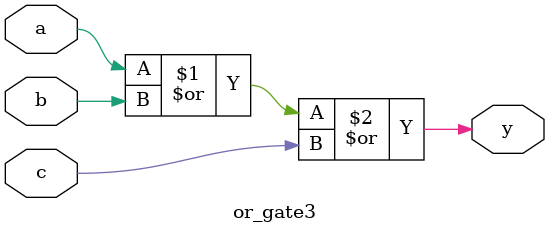
<source format=sv>


module or_gate3(
	input logic a,
	input logic b,
	input logic c,
	output logic y
);
	
assign y = a | b | c;

endmodule

</source>
